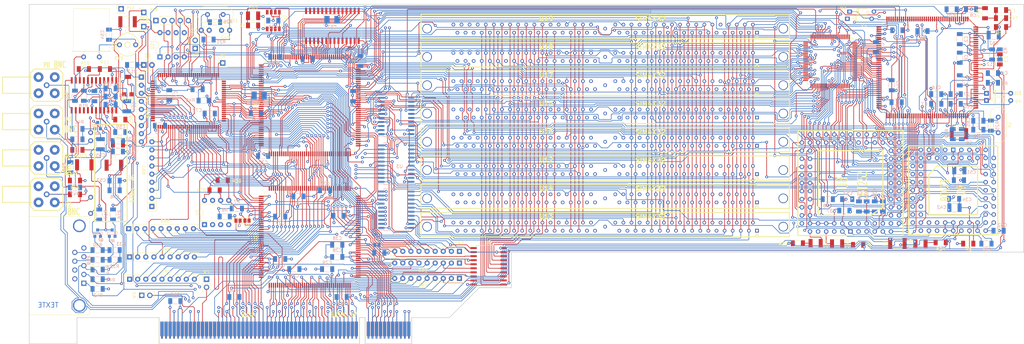
<source format=kicad_pcb>
(kicad_pcb (version 20210228) (generator pcbnew)

  (general
    (thickness 1.6002)
  )

  (paper "A3")
  (title_block
    (title "KiCad demo")
    (date "2015-10-14")
    (rev "1.A")
  )

  (layers
    (0 "F.Cu" signal "top_copper")
    (1 "In1.Cu" signal "GND_layer")
    (2 "In2.Cu" signal "VCC_layer")
    (31 "B.Cu" signal "bottom_copper")
    (32 "B.Adhes" user "B.Adhesive")
    (33 "F.Adhes" user "F.Adhesive")
    (34 "B.Paste" user)
    (35 "F.Paste" user)
    (36 "B.SilkS" user "B.Silkscreen")
    (37 "F.SilkS" user "F.Silkscreen")
    (38 "B.Mask" user)
    (39 "F.Mask" user)
    (40 "Dwgs.User" user "User.Drawings")
    (41 "Cmts.User" user "User.Comments")
    (42 "Eco1.User" user "User.Eco1")
    (43 "Eco2.User" user "User.Eco2")
    (44 "Edge.Cuts" user)
    (45 "Margin" user)
    (46 "B.CrtYd" user "B.Courtyard")
    (47 "F.CrtYd" user "F.Courtyard")
    (48 "B.Fab" user)
    (49 "F.Fab" user)
  )

  (setup
    (stackup
      (layer "F.SilkS" (type "Top Silk Screen") (color "White"))
      (layer "F.Paste" (type "Top Solder Paste"))
      (layer "F.Mask" (type "Top Solder Mask") (color "Green") (thickness 0.01))
      (layer "F.Cu" (type "copper") (thickness 0.035))
      (layer "dielectric 1" (type "core") (thickness 0.480066) (material "FR4") (epsilon_r 4.5) (loss_tangent 0.02))
      (layer "In1.Cu" (type "copper") (thickness 0.035))
      (layer "dielectric 2" (type "prepreg") (thickness 0.480066) (material "FR4") (epsilon_r 4.5) (loss_tangent 0.02))
      (layer "In2.Cu" (type "copper") (thickness 0.035))
      (layer "dielectric 3" (type "core") (thickness 0.480066) (material "FR4") (epsilon_r 4.5) (loss_tangent 0.02))
      (layer "B.Cu" (type "copper") (thickness 0.035))
      (layer "B.Mask" (type "Bottom Solder Mask") (color "Green") (thickness 0.01))
      (layer "B.Paste" (type "Bottom Solder Paste"))
      (layer "B.SilkS" (type "Bottom Silk Screen") (color "White"))
      (copper_finish "HAL lead-free")
      (dielectric_constraints no)
    )
    (pad_to_mask_clearance 0)
    (aux_axis_origin 40.9 173.1)
    (pcbplotparams
      (layerselection 0x00010fc_ffffffff)
      (disableapertmacros false)
      (usegerberextensions false)
      (usegerberattributes true)
      (usegerberadvancedattributes true)
      (creategerberjobfile true)
      (svguseinch false)
      (svgprecision 6)
      (excludeedgelayer false)
      (plotframeref false)
      (viasonmask false)
      (mode 1)
      (useauxorigin false)
      (hpglpennumber 1)
      (hpglpenspeed 20)
      (hpglpendiameter 15.000000)
      (dxfpolygonmode true)
      (dxfimperialunits true)
      (dxfusepcbnewfont true)
      (psnegative false)
      (psa4output false)
      (plotreference true)
      (plotvalue true)
      (plotinvisibletext false)
      (sketchpadsonfab false)
      (subtractmaskfromsilk false)
      (outputformat 1)
      (mirror false)
      (drillshape 0)
      (scaleselection 1)
      (outputdirectory "plots")
    )
  )


  (net 0 "")
  (net 1 "+12V")
  (net 2 "+3.3V")
  (net 3 "+5F")
  (net 4 "/ESVIDEO-RVB/OE_RVB-")
  (net 5 "/ESVIDEO-RVB/REF+")
  (net 6 "/ESVIDEO-RVB/VAA")
  (net 7 "/buspci.sch/EA1")
  (net 8 "/buspci.sch/EA10")
  (net 9 "/buspci.sch/EA11")
  (net 10 "/buspci.sch/EA12")
  (net 11 "/buspci.sch/EA13")
  (net 12 "/buspci.sch/EA14")
  (net 13 "/buspci.sch/EA15")
  (net 14 "/buspci.sch/EA2")
  (net 15 "/buspci.sch/EA3")
  (net 16 "/buspci.sch/EA4")
  (net 17 "/buspci.sch/EA5")
  (net 18 "/buspci.sch/EA6")
  (net 19 "/buspci.sch/EA7")
  (net 20 "/buspci.sch/EA9")
  (net 21 "/buspci.sch/EQ0")
  (net 22 "/buspci.sch/EQ1")
  (net 23 "/buspci.sch/EQ2")
  (net 24 "/buspci.sch/EQ3")
  (net 25 "/buspci.sch/EQ4")
  (net 26 "/buspci.sch/EQ5")
  (net 27 "/buspci.sch/EQ6")
  (net 28 "/buspci.sch/EQ7")
  (net 29 "/buspci.sch/P_AD0")
  (net 30 "/buspci.sch/P_AD1")
  (net 31 "/buspci.sch/P_AD10")
  (net 32 "/buspci.sch/P_AD11")
  (net 33 "/buspci.sch/P_AD12")
  (net 34 "/buspci.sch/P_AD13")
  (net 35 "/buspci.sch/P_AD14")
  (net 36 "/buspci.sch/P_AD15")
  (net 37 "/buspci.sch/P_AD16")
  (net 38 "/buspci.sch/P_AD17")
  (net 39 "/buspci.sch/P_AD18")
  (net 40 "/buspci.sch/P_AD19")
  (net 41 "/buspci.sch/P_AD2")
  (net 42 "/buspci.sch/P_AD20")
  (net 43 "/buspci.sch/P_AD21")
  (net 44 "/buspci.sch/P_AD22")
  (net 45 "/buspci.sch/P_AD23")
  (net 46 "/buspci.sch/P_AD24")
  (net 47 "/buspci.sch/P_AD25")
  (net 48 "/buspci.sch/P_AD26")
  (net 49 "/buspci.sch/P_AD27")
  (net 50 "/buspci.sch/P_AD28")
  (net 51 "/buspci.sch/P_AD29")
  (net 52 "/buspci.sch/P_AD3")
  (net 53 "/buspci.sch/P_AD30")
  (net 54 "/buspci.sch/P_AD31")
  (net 55 "/buspci.sch/P_AD4")
  (net 56 "/buspci.sch/P_AD5")
  (net 57 "/buspci.sch/P_AD6")
  (net 58 "/buspci.sch/P_AD7")
  (net 59 "/buspci.sch/P_AD8")
  (net 60 "/buspci.sch/P_AD9")
  (net 61 "unconnected-(BUS1-PadA1)")
  (net 62 "unconnected-(BUS1-PadA3)")
  (net 63 "unconnected-(BUS1-PadA7)")
  (net 64 "unconnected-(BUS1-PadA9)")
  (net 65 "/buspci.sch/P_CLK")
  (net 66 "/buspci.sch/P_DEVSEL#")
  (net 67 "/buspci.sch/P_FRAME#")
  (net 68 "/buspci.sch/P_GNT#")
  (net 69 "/buspci.sch/P_IDSEL")
  (net 70 "/buspci.sch/P_INTA#")
  (net 71 "/buspci.sch/P_IRDY#")
  (net 72 "/buspci.sch/P_LOCK#")
  (net 73 "/buspci.sch/P_PAR")
  (net 74 "/buspci.sch/P_PERR#")
  (net 75 "/buspci.sch/P_REQ#")
  (net 76 "/buspci.sch/P_RST#")
  (net 77 "/buspci.sch/P_SERR#")
  (net 78 "/buspci.sch/P_STOP#")
  (net 79 "/buspci.sch/P_TRDY#")
  (net 80 "/graphic/14MHZOUT")
  (net 81 "/graphic/CCLK")
  (net 82 "/graphic/CLK10MHz")
  (net 83 "/graphic/CSIO-")
  (net 84 "/graphic/DIN")
  (net 85 "/graphic/DONE")
  (net 86 "/graphic/HDOUT")
  (net 87 "/graphic/HDREFOUT")
  (net 88 "/graphic/IA0")
  (net 89 "/graphic/IA1")
  (net 90 "/graphic/IA2")
  (net 91 "/graphic/IA3")
  (net 92 "/graphic/IA4")
  (net 93 "/graphic/IA5")
  (net 94 "/graphic/IA6")
  (net 95 "/graphic/IA7")
  (net 96 "/graphic/IA8")
  (net 97 "/graphic/IA9")
  (net 98 "/graphic/ICAS-")
  (net 99 "/graphic/ID0")
  (net 100 "/graphic/ID1")
  (net 101 "/graphic/ID2")
  (net 102 "/graphic/ID3")
  (net 103 "/graphic/IOE-")
  (net 104 "/graphic/IRAS-")
  (net 105 "/graphic/IWR-")
  (net 106 "/graphic/LED")
  (net 107 "/graphic/PROG*")
  (net 108 "/graphic/RESERV1")
  (net 109 "/graphic/VOSC")
  (net 110 "/graphic/XTAL_I")
  (net 111 "/graphic/X_DIN")
  (net 112 "/modul/CHROM")
  (net 113 "/modul/CVBS")
  (net 114 "/modul/LUM")
  (net 115 "/pal-ntsc.sch/C-VIDEO")
  (net 116 "/pal-ntsc.sch/VAF")
  (net 117 "/pal-ntsc.sch/Y-VIDEO")
  (net 118 "/pal-ntsc.sch/Y_SYNC")
  (net 119 "GND")
  (net 120 "unconnected-(BUS1-PadA11)")
  (net 121 "unconnected-(BUS1-PadA14)")
  (net 122 "Net-(BUS1-PadA4)")
  (net 123 "unconnected-(BUS1-PadA19)")
  (net 124 "unconnected-(BUS1-PadA40)")
  (net 125 "Net-(BUS1-PadB9)")
  (net 126 "unconnected-(BUS1-PadA41)")
  (net 127 "Net-(BUS1-PadB11)")
  (net 128 "/buspci.sch/P_C{slash}BE0#")
  (net 129 "unconnected-(BUS1-PadA60)")
  (net 130 "unconnected-(BUS1-PadB1)")
  (net 131 "unconnected-(BUS1-PadB2)")
  (net 132 "unconnected-(BUS1-PadB7)")
  (net 133 "unconnected-(BUS1-PadB8)")
  (net 134 "unconnected-(BUS1-PadB10)")
  (net 135 "unconnected-(BUS1-PadB14)")
  (net 136 "/buspci.sch/P_C{slash}BE3#")
  (net 137 "/buspci.sch/P_C{slash}BE2#")
  (net 138 "/buspci.sch/P_C{slash}BE1#")
  (net 139 "unconnected-(BUS1-PadB60)")
  (net 140 "Net-(C1-Pad1)")
  (net 141 "Net-(C1-Pad2)")
  (net 142 "Net-(C3-Pad1)")
  (net 143 "Net-(C4-Pad1)")
  (net 144 "Net-(C5-Pad1)")
  (net 145 "Net-(C5-Pad2)")
  (net 146 "Net-(C6-Pad1)")
  (net 147 "Net-(C7-Pad1)")
  (net 148 "Net-(C8-Pad1)")
  (net 149 "Net-(C8-Pad2)")
  (net 150 "Net-(C16-Pad1)")
  (net 151 "Net-(C32-Pad2)")
  (net 152 "Net-(C34-Pad2)")
  (net 153 "Net-(C35-Pad2)")
  (net 154 "Net-(C36-Pad1)")
  (net 155 "Net-(C36-Pad2)")
  (net 156 "Net-(C39-Pad1)")
  (net 157 "Net-(C39-Pad2)")
  (net 158 "Net-(C40-Pad1)")
  (net 159 "Net-(C40-Pad2)")
  (net 160 "Net-(C41-Pad1)")
  (net 161 "Net-(C41-Pad2)")
  (net 162 "Net-(C43-Pad1)")
  (net 163 "Net-(C44-Pad1)")
  (net 164 "Net-(C45-Pad1)")
  (net 165 "Net-(C46-Pad1)")
  (net 166 "Net-(C48-Pad2)")
  (net 167 "Net-(C49-Pad1)")
  (net 168 "Net-(C54-Pad1)")
  (net 169 "Net-(C58-Pad1)")
  (net 170 "Net-(C59-Pad1)")
  (net 171 "Net-(C60-Pad1)")
  (net 172 "Net-(C61-Pad1)")
  (net 173 "Net-(C61-Pad2)")
  (net 174 "Net-(C65-Pad2)")
  (net 175 "Net-(C66-Pad2)")
  (net 176 "Net-(CV1-Pad1)")
  (net 177 "Net-(D6-Pad1)")
  (net 178 "Net-(L1-Pad1)")
  (net 179 "Net-(L6-Pad1)")
  (net 180 "Net-(L6-Pad2)")
  (net 181 "Net-(P4-Pad1)")
  (net 182 "Net-(P9-Pad1)")
  (net 183 "Net-(P10-Pad1)")
  (net 184 "Net-(P11-Pad1)")
  (net 185 "Net-(POT1-Pad1)")
  (net 186 "Net-(Q1-Pad1)")
  (net 187 "Net-(Q1-Pad2)")
  (net 188 "Net-(Q2-Pad1)")
  (net 189 "Net-(Q2-Pad2)")
  (net 190 "Net-(Q3-Pad1)")
  (net 191 "Net-(Q3-Pad2)")
  (net 192 "Net-(R4-Pad1)")
  (net 193 "Net-(R5-Pad1)")
  (net 194 "Net-(R6-Pad1)")
  (net 195 "Net-(R7-Pad1)")
  (net 196 "Net-(R9-Pad2)")
  (net 197 "Net-(R10-Pad2)")
  (net 198 "Net-(R19-Pad2)")
  (net 199 "Net-(R27-Pad1)")
  (net 200 "Net-(R28-Pad2)")
  (net 201 "Net-(R29-Pad2)")
  (net 202 "Net-(R36-Pad2)")
  (net 203 "Net-(R38-Pad1)")
  (net 204 "Net-(U8-Pad58)")
  (net 205 "Net-(U8-Pad60)")
  (net 206 "Net-(U8-Pad62)")
  (net 207 "Net-(U20-Pad23)")
  (net 208 "+5V")
  (net 209 "/GREEN_IN")
  (net 210 "/RED_IN")
  (net 211 "/RED_OUT")
  (net 212 "/GREEN_OUT")
  (net 213 "/BLUE_OUT")
  (net 214 "/C_OUT")
  (net 215 "/Y_OUT")
  (net 216 "/BLUE_IN")
  (net 217 "/CSYNC-OUT")
  (net 218 "/IRQ_SRL")
  (net 219 "/SELECT-")
  (net 220 "/modul/CVBSOUT")
  (net 221 "/{slash}PCWR")
  (net 222 "/PTATN-")
  (net 223 "/X_IRQ")
  (net 224 "/PTADR-")
  (net 225 "/RDFIFO-")
  (net 226 "/WRFIFDO-")
  (net 227 "/PTRDY-")
  (net 228 "/ACCES_RAM-")
  (net 229 "/WRITE_RAM")
  (net 230 "/CSYNCIN-")
  (net 231 "/RDCAD-")
  (net 232 "/WRCAD-")
  (net 233 "/CLAMP")
  (net 234 "/CLKCAD")
  (net 235 "/BLANK-")
  (net 236 "/CLKCDA")
  (net 237 "/RDCDA-")
  (net 238 "/WRCDA-")
  (net 239 "/OE_PAL-")
  (net 240 "/VD_PAL-")
  (net 241 "/HD_PAL-")
  (net 242 "/BT812_WR-")
  (net 243 "/BT812_RD-")
  (net 244 "/SYSRST-")
  (net 245 "/F_PALIN")
  (net 246 "/PTNUM1")
  (net 247 "/PTNUM0")
  (net 248 "/IRQ-")
  (net 249 "/BPCLK")
  (net 250 "/WRFULL")
  (net 251 "/RDEMPTY")
  (net 252 "/PTWR")
  (net 253 "/PTBURST")
  (net 254 "/RAS5-")
  (net 255 "/CAS0-")
  (net 256 "/CAS1-")
  (net 257 "/CAS2-")
  (net 258 "/CAS3-")
  (net 259 "/WRAM-")
  (net 260 "/RAS7-")
  (net 261 "/RAS6-")
  (net 262 "/RAS3-")
  (net 263 "/RAS4-")
  (net 264 "/RAS2-")
  (net 265 "/RAS1-")
  (net 266 "/RAS0-")
  (net 267 "/X_PROG-")
  (net 268 "/X_DATA")
  (net 269 "/X_CLK")
  (net 270 "/ACQ_ON")
  (net 271 "/X_DONE")
  (net 272 "/{slash}PCRD")
  (net 273 "/DQ29")
  (net 274 "/DQ30")
  (net 275 "/DQ31")
  (net 276 "/DQ26")
  (net 277 "/DQ27")
  (net 278 "/DQ28")
  (net 279 "/DQ25")
  (net 280 "/DQ24")
  (net 281 "/DQ17")
  (net 282 "/DQ16")
  (net 283 "/DQ23")
  (net 284 "/DQ22")
  (net 285 "/DQ21")
  (net 286 "/DQ19")
  (net 287 "/DQ18")
  (net 288 "/DQ20")
  (net 289 "/DQ7")
  (net 290 "/DQ6")
  (net 291 "/DQ5")
  (net 292 "/DQ4")
  (net 293 "/DQ3")
  (net 294 "/DQ2")
  (net 295 "/DQ1")
  (net 296 "/DQ0")
  (net 297 "/DQ8")
  (net 298 "/DQ9")
  (net 299 "/DQ10")
  (net 300 "/DQ11")
  (net 301 "/DQ12")
  (net 302 "/DQ13")
  (net 303 "/DQ14")
  (net 304 "/DQ15")
  (net 305 "/TVRAM0")
  (net 306 "/TVRAM1")
  (net 307 "/TVRAM2")
  (net 308 "/TVRAM3")
  (net 309 "/TVRAM4")
  (net 310 "/TVRAM5")
  (net 311 "/TVRAM6")
  (net 312 "/TVRAM7")
  (net 313 "/TVRAM8")
  (net 314 "/TVRAM9")
  (net 315 "/TVRAM10")
  (net 316 "/TVRAM11")
  (net 317 "/TVRAM12")
  (net 318 "/TVRAM13")
  (net 319 "/TVRAM14")
  (net 320 "/TVRAM15")
  (net 321 "/TVRAM16")
  (net 322 "/TVRAM17")
  (net 323 "/TVRAM18")
  (net 324 "/TVRAM19")
  (net 325 "/TVRAM20")
  (net 326 "/TVRAM21")
  (net 327 "/TVRAM22")
  (net 328 "/TVRAM23")
  (net 329 "/TVRAM24")
  (net 330 "/TVRAM25")
  (net 331 "/TVRAM26")
  (net 332 "/TVRAM27")
  (net 333 "/TVRAM28")
  (net 334 "/TVRAM29")
  (net 335 "/TVRAM30")
  (net 336 "/TVRAM31")
  (net 337 "/PCA0")
  (net 338 "/PCA1")
  (net 339 "/PCA2")
  (net 340 "/TVB7")
  (net 341 "/TVB6")
  (net 342 "/TVB5")
  (net 343 "/TVB4")
  (net 344 "/TVB3")
  (net 345 "/TVB2")
  (net 346 "/TVB1")
  (net 347 "/TVB0")
  (net 348 "/TVG7")
  (net 349 "/TVG6")
  (net 350 "/TVG5")
  (net 351 "/TVG4")
  (net 352 "/TVG3")
  (net 353 "/TVG2")
  (net 354 "/TVG1")
  (net 355 "/TVG0")
  (net 356 "/TVR7")
  (net 357 "/TVR6")
  (net 358 "/TVR5")
  (net 359 "/TVR4")
  (net 360 "/TVR3")
  (net 361 "/TVR2")
  (net 362 "/TVR1")
  (net 363 "/TVR0")
  (net 364 "/TVI0")
  (net 365 "/TVI1")
  (net 366 "/ADR6")
  (net 367 "/ADR2")
  (net 368 "/ADR3")
  (net 369 "/ADR4")
  (net 370 "/ADR5")
  (net 371 "/BE-1")
  (net 372 "/BE-2")
  (net 373 "/BE-3")
  (net 374 "/PTBE-3")
  (net 375 "/PTBE-2")
  (net 376 "/PTBE-1")
  (net 377 "/PTBE-0")
  (net 378 "/BE-0")
  (net 379 "/MXA0")
  (net 380 "/MXA1")
  (net 381 "/MXA2")
  (net 382 "/MXA3")
  (net 383 "/MXA4")
  (net 384 "/MXA5")
  (net 385 "/MXA6")
  (net 386 "/MXA10")
  (net 387 "/MXA7")
  (net 388 "/MXA8")
  (net 389 "/MXA9")
  (net 390 "unconnected-(U7-Pad8)")
  (net 391 "unconnected-(U8-Pad4)")
  (net 392 "unconnected-(U8-Pad5)")
  (net 393 "unconnected-(U8-Pad74)")
  (net 394 "unconnected-(U8-Pad77)")
  (net 395 "unconnected-(U8-Pad81)")
  (net 396 "unconnected-(U9-Pad5)")
  (net 397 "unconnected-(U9-Pad6)")
  (net 398 "unconnected-(U9-Pad27)")
  (net 399 "unconnected-(U9-Pad30)")
  (net 400 "unconnected-(U10-Pad25)")
  (net 401 "unconnected-(U10-Pad26)")
  (net 402 "unconnected-(U10-Pad27)")
  (net 403 "unconnected-(U10-Pad28)")
  (net 404 "unconnected-(U10-Pad29)")
  (net 405 "unconnected-(U10-Pad32)")
  (net 406 "unconnected-(U10-Pad33)")
  (net 407 "unconnected-(U10-Pad35)")
  (net 408 "unconnected-(U10-Pad37)")
  (net 409 "unconnected-(U10-Pad38)")
  (net 410 "unconnected-(U10-Pad101)")
  (net 411 "unconnected-(U10-Pad105)")
  (net 412 "unconnected-(U10-Pad106)")
  (net 413 "unconnected-(U10-Pad107)")
  (net 414 "unconnected-(U10-Pad127)")
  (net 415 "unconnected-(U10-Pad129)")
  (net 416 "unconnected-(U10-Pad131)")
  (net 417 "unconnected-(U10-Pad150)")
  (net 418 "unconnected-(U10-Pad152)")
  (net 419 "unconnected-(U10-Pad154)")
  (net 420 "unconnected-(U12-Pad67)")
  (net 421 "unconnected-(U12-Pad68)")
  (net 422 "unconnected-(U12-Pad69)")
  (net 423 "unconnected-(U12-Pad70)")
  (net 424 "unconnected-(U13-Pad67)")
  (net 425 "unconnected-(U13-Pad68)")
  (net 426 "unconnected-(U13-Pad69)")
  (net 427 "unconnected-(U13-Pad70)")
  (net 428 "unconnected-(U14-Pad67)")
  (net 429 "unconnected-(U14-Pad68)")
  (net 430 "unconnected-(U14-Pad69)")
  (net 431 "unconnected-(U14-Pad70)")
  (net 432 "unconnected-(U15-Pad67)")
  (net 433 "unconnected-(U15-Pad68)")
  (net 434 "unconnected-(U15-Pad69)")
  (net 435 "unconnected-(U15-Pad70)")
  (net 436 "unconnected-(U16-Pad67)")
  (net 437 "unconnected-(U16-Pad68)")
  (net 438 "unconnected-(U16-Pad69)")
  (net 439 "unconnected-(U16-Pad70)")
  (net 440 "unconnected-(U17-Pad67)")
  (net 441 "unconnected-(U17-Pad68)")
  (net 442 "unconnected-(U17-Pad69)")
  (net 443 "unconnected-(U17-Pad70)")
  (net 444 "unconnected-(U18-Pad67)")
  (net 445 "unconnected-(U18-Pad68)")
  (net 446 "unconnected-(U18-Pad69)")
  (net 447 "unconnected-(U18-Pad70)")
  (net 448 "unconnected-(U19-Pad67)")
  (net 449 "unconnected-(U19-Pad68)")
  (net 450 "unconnected-(U19-Pad69)")
  (net 451 "unconnected-(U19-Pad70)")
  (net 452 "unconnected-(U20-Pad1)")
  (net 453 "unconnected-(U20-Pad3)")
  (net 454 "unconnected-(U20-Pad4)")
  (net 455 "unconnected-(U20-Pad5)")
  (net 456 "unconnected-(U21-Pad6)")
  (net 457 "unconnected-(U22-Pad3)")
  (net 458 "unconnected-(U22-Pad4)")
  (net 459 "unconnected-(U22-Pad5)")
  (net 460 "unconnected-(U22-Pad6)")
  (net 461 "unconnected-(U22-Pad10)")
  (net 462 "unconnected-(U22-Pad14)")
  (net 463 "unconnected-(U22-Pad15)")
  (net 464 "unconnected-(U22-Pad16)")
  (net 465 "unconnected-(U22-Pad27)")
  (net 466 "unconnected-(U22-Pad30)")
  (net 467 "unconnected-(U22-Pad65)")
  (net 468 "unconnected-(U22-Pad66)")
  (net 469 "unconnected-(U22-Pad73)")
  (net 470 "unconnected-(U22-Pad76)")
  (net 471 "unconnected-(U23-Pad2)")
  (net 472 "unconnected-(U23-Pad31)")
  (net 473 "unconnected-(U23-Pad33)")
  (net 474 "unconnected-(U23-Pad49)")
  (net 475 "unconnected-(U23-Pad50)")
  (net 476 "unconnected-(U23-Pad58)")
  (net 477 "unconnected-(U23-Pad60)")
  (net 478 "unconnected-(U23-Pad62)")
  (net 479 "unconnected-(U23-Pad68)")
  (net 480 "unconnected-(U23-Pad76)")
  (net 481 "unconnected-(U23-Pad79)")
  (net 482 "unconnected-(U23-Pad98)")
  (net 483 "unconnected-(U23-Pad99)")
  (net 484 "unconnected-(U23-Pad100)")
  (net 485 "unconnected-(U24-Pad84)")
  (net 486 "unconnected-(U24-Pad121)")

  (footprint "Connectors:BUSPCI" (layer "F.Cu") (at 158.115 158.75))

  (footprint "Resistor_SMD:R_1206_3216Metric_Pad1.24x1.80mm_HandSolder" (layer "F.Cu") (at 358.521 58.293))

  (footprint "Resistor_SMD:R_1206_3216Metric_Pad1.24x1.80mm_HandSolder" (layer "F.Cu") (at 358.14 73.787 -90))

  (footprint "Resistor_SMD:R_1210_3225Metric_Pad1.24x2.70mm_HandSolder" (layer "F.Cu") (at 333.248 131.699))

  (footprint "Resistor_SMD:R_1210_3225Metric_Pad1.24x2.70mm_HandSolder" (layer "F.Cu") (at 307.086 131.699))

  (footprint "Resistor_SMD:R_1210_3225Metric_Pad1.24x2.70mm_HandSolder" (layer "F.Cu") (at 300.355 131.572 180))

  (footprint "Resistor_SMD:R_1206_3216Metric_Pad1.24x1.80mm_HandSolder" (layer "F.Cu") (at 358.521 60.833))

  (footprint "Capacitor_THT:C_Disc_D3.0mm_W2.0mm_P2.50mm" (layer "F.Cu") (at 116.459 64.643 180))

  (footprint "Capacitor_THT:C_Disc_D3.0mm_W2.0mm_P2.50mm" (layer "F.Cu") (at 107.569 64.643))

  (footprint "Resistor_SMD:R_1206_3216Metric_Pad1.24x1.80mm_HandSolder" (layer "F.Cu") (at 82.169 92.71))

  (footprint "Resistor_SMD:R_1206_3216Metric_Pad1.24x1.80mm_HandSolder" (layer "F.Cu") (at 81.432003 100.609389))

  (footprint "Resistor_SMD:R_1206_3216Metric_Pad1.24x1.80mm_HandSolder" (layer "F.Cu") (at 68.707 102.235 180))

  (footprint "Resistor_SMD:R_1210_3225Metric_Pad1.24x2.70mm_HandSolder" (layer "F.Cu") (at 123.825 60.092628))

  (footprint "footprints:CV3-30PF" (layer "F.Cu") (at 84.455 69.215 180))

  (footprint "Diode_THT:D_DO-34_SOD68_P7.62mm_Horizontal" (layer "F.Cu") (at 310.300142 61.039361))

  (footprint "Diode_THT:D_DO-34_SOD68_P7.62mm_Horizontal" (layer "F.Cu") (at 311.023 58.801))

  (footprint "Diode_THT:D_DO-34_SOD68_P7.62mm_Horizontal" (layer "F.Cu") (at 353.949 84.455))

  (footprint "Diode_THT:D_DO-34_SOD68_P7.62mm_Horizontal" (layer "F.Cu") (at 353.949 86.719165))

  (footprint "footprints:LED_D3.0mm" (layer "F.Cu") (at 89.535 75.565))

  (footprint "Resistor_SMD:R_1812_4532Metric_Pad1.24x3.50mm_HandSolder" (layer "F.Cu") (at 80.137 107.061))

  (footprint "Resistor_SMD:R_1812_4532Metric_Pad1.24x3.50mm_HandSolder" (layer "F.Cu") (at 84.455 61.976 180))

  (footprint "Resistor_SMD:R_1812_4532Metric_Pad1.24x3.50mm_HandSolder" (layer "F.Cu") (at 70.866 106.934))

  (footprint "Resistor_SMD:R_1812_4532Metric_Pad1.24x3.50mm_HandSolder" (layer "F.Cu") (at 345.313 97.155))

  (footprint "Resistor_SMD:R_1812_4532Metric_Pad1.24x3.50mm_HandSolder" (layer "F.Cu") (at 326.009 131.572 180))

  (footprint "footprints:LRTDK" (layer "F.Cu") (at 72.873768 109.506012 -90))

  (footprint "footprints:subclick" (layer "F.Cu") (at 59.055 104.775 180))

  (footprint "footprints:subclick" (layer "F.Cu") (at 59.055 116.205 180))

  (footprint "footprints:subclick" (layer "F.Cu") (at 59.055 93.345 180))

  (footprint "Connector_PinHeader_2.54mm:PinHeader_1x02_P2.54mm_Vertical" (layer "F.Cu") (at 105.664 70.358 180))

  (footprint "Connector_PinHeader_2.54mm:PinHeader_1x05_P2.54mm_Vertical" (layer "F.Cu") (at 93.345 61.595 90))

  (footprint "footprints:subclick" (layer "F.Cu") (at 59.055 81.915 180))

  (footprint "Connector_PinHeader_2.54mm:PinHeader_1x01_P2.54mm_Vertical" (layer "F.Cu") (at 114.3 74.93))

  (footprint "Connector_PinHeader_2.54mm:PinHeader_1x01_P2.54mm_Vertical" (layer "F.Cu") (at 89.535 59.055))

  (footprint "Connector_PinHeader_2.54mm:PinHeader_1x01_P2.54mm_Vertical" (layer "F.Cu") (at 89.535 63.5))

  (footprint "Connector_PinHeader_2.54mm:PinHeader_1x01_P2.54mm_Vertical" (layer "F.Cu") (at 82.423 57.912))

  (footprint "Potentiometer_SMD:Potentiometer_Bourns_3314G_Vertical" (layer "F.Cu") (at 84.539957 82.042 180))

  (footprint "Resistor_SMD:R_1206_3216Metric_Pad1.24x1.80mm_HandSolder" (layer "F.Cu") (at 123.825 63.119))

  (footprint "Resistor_SMD:R_1206_3216Metric_Pad1.24x1.80mm_HandSolder" (layer "F.Cu") (at 67.945 111.887))

  (footprint "Resistor_SMD:R_1206_3216Metric_Pad1.24x1.80mm_HandSolder" (layer "F.Cu") (at 348.234 131.699 180))

  (footprint "Resistor_SMD:R_1206_3216Metric_Pad1.24x1.80mm_HandSolder" (layer "F.Cu") (at 70.739 76.835 180))

  (footprint "Resistor_SMD:R_1206_3216Metric_Pad1.24x1.80mm_HandSolder" (layer "F.Cu")
    (tedit 59FE48B8) (tstamp 00000000-0000-0000-0000-00005402cf8c)
    (at 77.343 76.835)
    (descr "Resistor SMD 1206 (3216 Metric), square (rectangular) end terminal, IPC_7351 nominal with elongated pad for handsoldering. (Body size source: http://www.tortai-tech.com/upload/download/2011102023233369053.pdf), generated with kicad-footprint-generator")
    (tags "resistor handsolder")
    (property "Sheetfile" "modul.kicad_sch")
    (property "Sheetname" "modul")
    (path "/00000000-0000-0000-0000-00004bf0367f/00000000-0000-0000-0000-000022760fbc")
    (attr smd)
    (fp_text refer
... [6863773 chars truncated]
</source>
